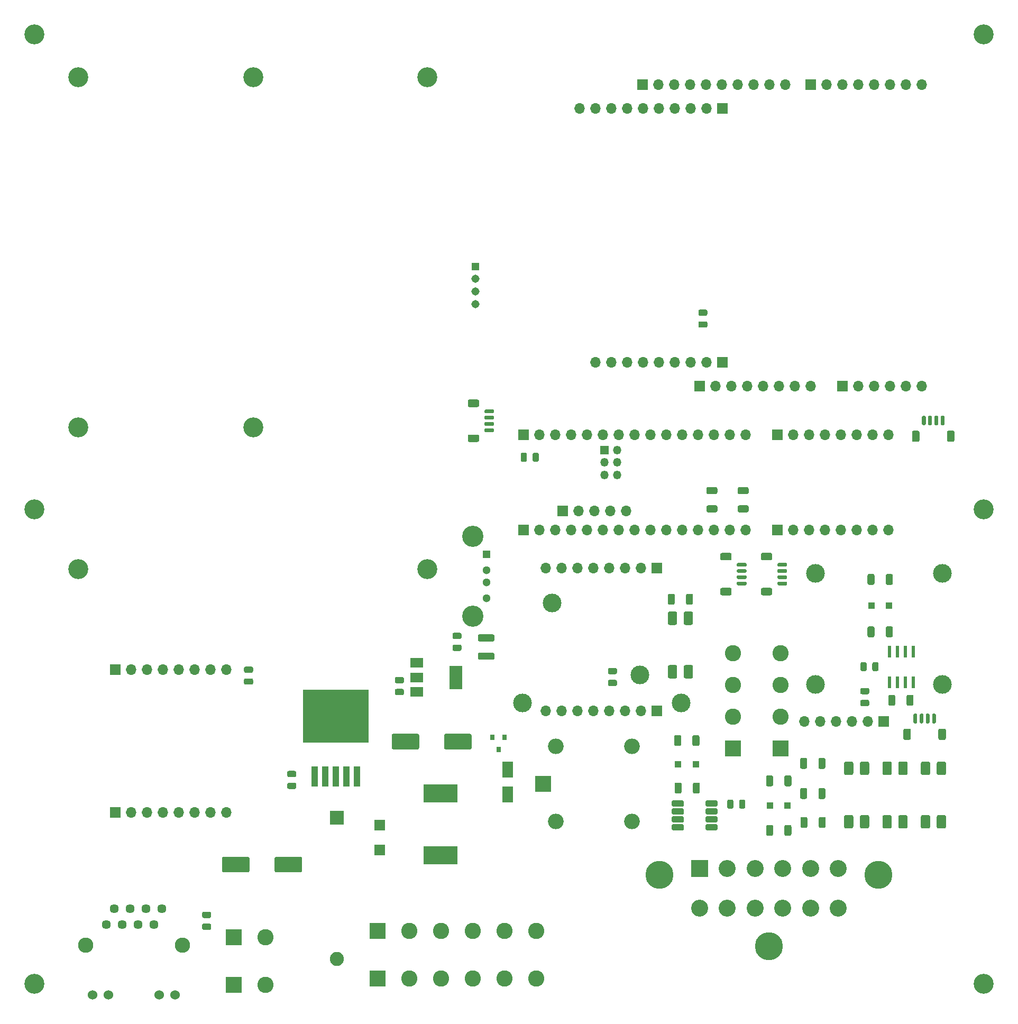
<source format=gbr>
%TF.GenerationSoftware,KiCad,Pcbnew,(5.1.12)-1*%
%TF.CreationDate,2022-03-13T08:17:30-06:00*%
%TF.ProjectId,AS13,41533133-2e6b-4696-9361-645f70636258,rev?*%
%TF.SameCoordinates,Original*%
%TF.FileFunction,Soldermask,Top*%
%TF.FilePolarity,Negative*%
%FSLAX46Y46*%
G04 Gerber Fmt 4.6, Leading zero omitted, Abs format (unit mm)*
G04 Created by KiCad (PCBNEW (5.1.12)-1) date 2022-03-13 08:17:30*
%MOMM*%
%LPD*%
G01*
G04 APERTURE LIST*
%ADD10R,1.100000X1.100000*%
%ADD11C,3.000000*%
%ADD12C,4.485000*%
%ADD13C,2.715000*%
%ADD14R,2.715000X2.715000*%
%ADD15O,2.500000X2.500000*%
%ADD16R,2.500000X2.500000*%
%ADD17C,2.600000*%
%ADD18R,2.600000X2.600000*%
%ADD19R,2.250000X2.250000*%
%ADD20C,2.250000*%
%ADD21C,2.445000*%
%ADD22C,1.530000*%
%ADD23C,1.446000*%
%ADD24C,2.999999*%
%ADD25C,3.200000*%
%ADD26O,1.700000X1.700000*%
%ADD27R,1.700000X1.700000*%
%ADD28C,3.400000*%
%ADD29C,1.300000*%
%ADD30R,1.300000X1.300000*%
%ADD31R,1.800000X1.800000*%
%ADD32R,0.530000X1.980000*%
%ADD33R,1.800000X2.500000*%
%ADD34R,2.000000X1.500000*%
%ADD35R,2.000000X3.800000*%
%ADD36R,10.530000X8.460000*%
%ADD37R,1.050000X3.210000*%
%ADD38R,5.400000X2.900000*%
%ADD39C,1.308000*%
%ADD40R,1.308000X1.308000*%
%ADD41R,0.800000X0.900000*%
%ADD42O,1.350000X1.350000*%
%ADD43R,1.350000X1.350000*%
G04 APERTURE END LIST*
%TO.C,R14*%
G36*
G01*
X127075000Y-135924999D02*
X127075000Y-137175001D01*
G75*
G02*
X126825001Y-137425000I-249999J0D01*
G01*
X126199999Y-137425000D01*
G75*
G02*
X125950000Y-137175001I0J249999D01*
G01*
X125950000Y-135924999D01*
G75*
G02*
X126199999Y-135675000I249999J0D01*
G01*
X126825001Y-135675000D01*
G75*
G02*
X127075000Y-135924999I0J-249999D01*
G01*
G37*
G36*
G01*
X130000000Y-135924999D02*
X130000000Y-137175001D01*
G75*
G02*
X129750001Y-137425000I-249999J0D01*
G01*
X129124999Y-137425000D01*
G75*
G02*
X128875000Y-137175001I0J249999D01*
G01*
X128875000Y-135924999D01*
G75*
G02*
X129124999Y-135675000I249999J0D01*
G01*
X129750001Y-135675000D01*
G75*
G02*
X130000000Y-135924999I0J-249999D01*
G01*
G37*
%TD*%
%TO.C,R13*%
G36*
G01*
X128950000Y-144775001D02*
X128950000Y-143524999D01*
G75*
G02*
X129199999Y-143275000I249999J0D01*
G01*
X129825001Y-143275000D01*
G75*
G02*
X130075000Y-143524999I0J-249999D01*
G01*
X130075000Y-144775001D01*
G75*
G02*
X129825001Y-145025000I-249999J0D01*
G01*
X129199999Y-145025000D01*
G75*
G02*
X128950000Y-144775001I0J249999D01*
G01*
G37*
G36*
G01*
X126025000Y-144775001D02*
X126025000Y-143524999D01*
G75*
G02*
X126274999Y-143275000I249999J0D01*
G01*
X126900001Y-143275000D01*
G75*
G02*
X127150000Y-143524999I0J-249999D01*
G01*
X127150000Y-144775001D01*
G75*
G02*
X126900001Y-145025000I-249999J0D01*
G01*
X126274999Y-145025000D01*
G75*
G02*
X126025000Y-144775001I0J249999D01*
G01*
G37*
%TD*%
D10*
%TO.C,D6*%
X129400000Y-140350000D03*
X126600000Y-140350000D03*
%TD*%
D11*
%TO.C,M1*%
X120425000Y-126050000D03*
X106425000Y-114550000D03*
%TD*%
%TO.C,REF\u002A\u002A*%
X101660000Y-130560000D03*
X127060000Y-130560000D03*
%TD*%
D12*
%TO.C,J6*%
X158655000Y-158020000D03*
X141115000Y-169450000D03*
X123575000Y-158020000D03*
D13*
X130000000Y-163350000D03*
X134445000Y-163350000D03*
X138890000Y-163350000D03*
X143340000Y-163350000D03*
X147785000Y-163350000D03*
X152230000Y-163350000D03*
X152230000Y-157000000D03*
X147785000Y-157000000D03*
X143340000Y-157000000D03*
X138890000Y-157000000D03*
X134445000Y-157000000D03*
D14*
X130000000Y-157000000D03*
%TD*%
D15*
%TO.C,K1*%
X107000800Y-137501200D03*
X119200800Y-137501200D03*
X119200800Y-149501200D03*
X107000800Y-149501200D03*
D16*
X105000800Y-143501200D03*
%TD*%
D17*
%TO.C,KF3*%
X135330000Y-122530000D03*
X142950000Y-122530000D03*
X135330000Y-127610000D03*
X142950000Y-127610000D03*
X135330000Y-132690000D03*
X142950000Y-132690000D03*
D18*
X135330000Y-137770000D03*
X142950000Y-137770000D03*
%TD*%
%TO.C,R8*%
G36*
G01*
X143600000Y-151550001D02*
X143600000Y-150299999D01*
G75*
G02*
X143849999Y-150050000I249999J0D01*
G01*
X144475001Y-150050000D01*
G75*
G02*
X144725000Y-150299999I0J-249999D01*
G01*
X144725000Y-151550001D01*
G75*
G02*
X144475001Y-151800000I-249999J0D01*
G01*
X143849999Y-151800000D01*
G75*
G02*
X143600000Y-151550001I0J249999D01*
G01*
G37*
G36*
G01*
X140675000Y-151550001D02*
X140675000Y-150299999D01*
G75*
G02*
X140924999Y-150050000I249999J0D01*
G01*
X141550001Y-150050000D01*
G75*
G02*
X141800000Y-150299999I0J-249999D01*
G01*
X141800000Y-151550001D01*
G75*
G02*
X141550001Y-151800000I-249999J0D01*
G01*
X140924999Y-151800000D01*
G75*
G02*
X140675000Y-151550001I0J249999D01*
G01*
G37*
%TD*%
%TO.C,R6*%
G36*
G01*
X159832500Y-119769401D02*
X159832500Y-118519399D01*
G75*
G02*
X160082499Y-118269400I249999J0D01*
G01*
X160707501Y-118269400D01*
G75*
G02*
X160957500Y-118519399I0J-249999D01*
G01*
X160957500Y-119769401D01*
G75*
G02*
X160707501Y-120019400I-249999J0D01*
G01*
X160082499Y-120019400D01*
G75*
G02*
X159832500Y-119769401I0J249999D01*
G01*
G37*
G36*
G01*
X156907500Y-119769401D02*
X156907500Y-118519399D01*
G75*
G02*
X157157499Y-118269400I249999J0D01*
G01*
X157782501Y-118269400D01*
G75*
G02*
X158032500Y-118519399I0J-249999D01*
G01*
X158032500Y-119769401D01*
G75*
G02*
X157782501Y-120019400I-249999J0D01*
G01*
X157157499Y-120019400D01*
G75*
G02*
X156907500Y-119769401I0J249999D01*
G01*
G37*
%TD*%
%TO.C,R3*%
G36*
G01*
X149041600Y-140823401D02*
X149041600Y-139573399D01*
G75*
G02*
X149291599Y-139323400I249999J0D01*
G01*
X149916601Y-139323400D01*
G75*
G02*
X150166600Y-139573399I0J-249999D01*
G01*
X150166600Y-140823401D01*
G75*
G02*
X149916601Y-141073400I-249999J0D01*
G01*
X149291599Y-141073400D01*
G75*
G02*
X149041600Y-140823401I0J249999D01*
G01*
G37*
G36*
G01*
X146116600Y-140823401D02*
X146116600Y-139573399D01*
G75*
G02*
X146366599Y-139323400I249999J0D01*
G01*
X146991601Y-139323400D01*
G75*
G02*
X147241600Y-139573399I0J-249999D01*
G01*
X147241600Y-140823401D01*
G75*
G02*
X146991601Y-141073400I-249999J0D01*
G01*
X146366599Y-141073400D01*
G75*
G02*
X146116600Y-140823401I0J249999D01*
G01*
G37*
%TD*%
%TO.C,R2*%
G36*
G01*
X149041600Y-145649401D02*
X149041600Y-144399399D01*
G75*
G02*
X149291599Y-144149400I249999J0D01*
G01*
X149916601Y-144149400D01*
G75*
G02*
X150166600Y-144399399I0J-249999D01*
G01*
X150166600Y-145649401D01*
G75*
G02*
X149916601Y-145899400I-249999J0D01*
G01*
X149291599Y-145899400D01*
G75*
G02*
X149041600Y-145649401I0J249999D01*
G01*
G37*
G36*
G01*
X146116600Y-145649401D02*
X146116600Y-144399399D01*
G75*
G02*
X146366599Y-144149400I249999J0D01*
G01*
X146991601Y-144149400D01*
G75*
G02*
X147241600Y-144399399I0J-249999D01*
G01*
X147241600Y-145649401D01*
G75*
G02*
X146991601Y-145899400I-249999J0D01*
G01*
X146366599Y-145899400D01*
G75*
G02*
X146116600Y-145649401I0J249999D01*
G01*
G37*
%TD*%
%TO.C,R1*%
G36*
G01*
X149092400Y-150272201D02*
X149092400Y-149022199D01*
G75*
G02*
X149342399Y-148772200I249999J0D01*
G01*
X149967401Y-148772200D01*
G75*
G02*
X150217400Y-149022199I0J-249999D01*
G01*
X150217400Y-150272201D01*
G75*
G02*
X149967401Y-150522200I-249999J0D01*
G01*
X149342399Y-150522200D01*
G75*
G02*
X149092400Y-150272201I0J249999D01*
G01*
G37*
G36*
G01*
X146167400Y-150272201D02*
X146167400Y-149022199D01*
G75*
G02*
X146417399Y-148772200I249999J0D01*
G01*
X147042401Y-148772200D01*
G75*
G02*
X147292400Y-149022199I0J-249999D01*
G01*
X147292400Y-150272201D01*
G75*
G02*
X147042401Y-150522200I-249999J0D01*
G01*
X146417399Y-150522200D01*
G75*
G02*
X146167400Y-150272201I0J249999D01*
G01*
G37*
%TD*%
D19*
%TO.C,D4*%
X71925000Y-148875000D03*
D20*
X71925000Y-171475000D03*
%TD*%
%TO.C,R11*%
G36*
G01*
X131374998Y-98900000D02*
X132625002Y-98900000D01*
G75*
G02*
X132875000Y-99149998I0J-249998D01*
G01*
X132875000Y-99775002D01*
G75*
G02*
X132625002Y-100025000I-249998J0D01*
G01*
X131374998Y-100025000D01*
G75*
G02*
X131125000Y-99775002I0J249998D01*
G01*
X131125000Y-99149998D01*
G75*
G02*
X131374998Y-98900000I249998J0D01*
G01*
G37*
G36*
G01*
X131374998Y-95975000D02*
X132625002Y-95975000D01*
G75*
G02*
X132875000Y-96224998I0J-249998D01*
G01*
X132875000Y-96850002D01*
G75*
G02*
X132625002Y-97100000I-249998J0D01*
G01*
X131374998Y-97100000D01*
G75*
G02*
X131125000Y-96850002I0J249998D01*
G01*
X131125000Y-96224998D01*
G75*
G02*
X131374998Y-95975000I249998J0D01*
G01*
G37*
%TD*%
%TO.C,R10*%
G36*
G01*
X136374998Y-98900000D02*
X137625002Y-98900000D01*
G75*
G02*
X137875000Y-99149998I0J-249998D01*
G01*
X137875000Y-99775002D01*
G75*
G02*
X137625002Y-100025000I-249998J0D01*
G01*
X136374998Y-100025000D01*
G75*
G02*
X136125000Y-99775002I0J249998D01*
G01*
X136125000Y-99149998D01*
G75*
G02*
X136374998Y-98900000I249998J0D01*
G01*
G37*
G36*
G01*
X136374998Y-95975000D02*
X137625002Y-95975000D01*
G75*
G02*
X137875000Y-96224998I0J-249998D01*
G01*
X137875000Y-96850002D01*
G75*
G02*
X137625002Y-97100000I-249998J0D01*
G01*
X136374998Y-97100000D01*
G75*
G02*
X136125000Y-96850002I0J249998D01*
G01*
X136125000Y-96224998D01*
G75*
G02*
X136374998Y-95975000I249998J0D01*
G01*
G37*
%TD*%
%TO.C,R9*%
G36*
G01*
X141800000Y-142374998D02*
X141800000Y-143625002D01*
G75*
G02*
X141550002Y-143875000I-249998J0D01*
G01*
X140924998Y-143875000D01*
G75*
G02*
X140675000Y-143625002I0J249998D01*
G01*
X140675000Y-142374998D01*
G75*
G02*
X140924998Y-142125000I249998J0D01*
G01*
X141550002Y-142125000D01*
G75*
G02*
X141800000Y-142374998I0J-249998D01*
G01*
G37*
G36*
G01*
X144725000Y-142374998D02*
X144725000Y-143625002D01*
G75*
G02*
X144475002Y-143875000I-249998J0D01*
G01*
X143849998Y-143875000D01*
G75*
G02*
X143600000Y-143625002I0J249998D01*
G01*
X143600000Y-142374998D01*
G75*
G02*
X143849998Y-142125000I249998J0D01*
G01*
X144475002Y-142125000D01*
G75*
G02*
X144725000Y-142374998I0J-249998D01*
G01*
G37*
%TD*%
%TO.C,R7*%
G36*
G01*
X159832500Y-111375002D02*
X159832500Y-110124998D01*
G75*
G02*
X160082498Y-109875000I249998J0D01*
G01*
X160707502Y-109875000D01*
G75*
G02*
X160957500Y-110124998I0J-249998D01*
G01*
X160957500Y-111375002D01*
G75*
G02*
X160707502Y-111625000I-249998J0D01*
G01*
X160082498Y-111625000D01*
G75*
G02*
X159832500Y-111375002I0J249998D01*
G01*
G37*
G36*
G01*
X156907500Y-111375002D02*
X156907500Y-110124998D01*
G75*
G02*
X157157498Y-109875000I249998J0D01*
G01*
X157782502Y-109875000D01*
G75*
G02*
X158032500Y-110124998I0J-249998D01*
G01*
X158032500Y-111375002D01*
G75*
G02*
X157782502Y-111625000I-249998J0D01*
G01*
X157157498Y-111625000D01*
G75*
G02*
X156907500Y-111375002I0J249998D01*
G01*
G37*
%TD*%
%TO.C,C2*%
G36*
G01*
X50625000Y-165850000D02*
X51575000Y-165850000D01*
G75*
G02*
X51825000Y-166100000I0J-250000D01*
G01*
X51825000Y-166600000D01*
G75*
G02*
X51575000Y-166850000I-250000J0D01*
G01*
X50625000Y-166850000D01*
G75*
G02*
X50375000Y-166600000I0J250000D01*
G01*
X50375000Y-166100000D01*
G75*
G02*
X50625000Y-165850000I250000J0D01*
G01*
G37*
G36*
G01*
X50625000Y-163950000D02*
X51575000Y-163950000D01*
G75*
G02*
X51825000Y-164200000I0J-250000D01*
G01*
X51825000Y-164700000D01*
G75*
G02*
X51575000Y-164950000I-250000J0D01*
G01*
X50625000Y-164950000D01*
G75*
G02*
X50375000Y-164700000I0J250000D01*
G01*
X50375000Y-164200000D01*
G75*
G02*
X50625000Y-163950000I250000J0D01*
G01*
G37*
%TD*%
D21*
%TO.C,J4*%
X47190000Y-169300000D03*
X31700000Y-169300000D03*
D22*
X46070000Y-177250000D03*
X43530000Y-177250000D03*
X35360000Y-177250000D03*
X32820000Y-177250000D03*
D23*
X43890000Y-163460000D03*
X42620000Y-166000000D03*
X41350000Y-163460000D03*
X40080000Y-166000000D03*
X38810000Y-163460000D03*
X37540000Y-166000000D03*
X36270000Y-163460000D03*
X35000000Y-166000000D03*
%TD*%
%TO.C,J2*%
G36*
G01*
X163852500Y-134892899D02*
X163852500Y-136192901D01*
G75*
G02*
X163602501Y-136442900I-249999J0D01*
G01*
X162902499Y-136442900D01*
G75*
G02*
X162652500Y-136192901I0J249999D01*
G01*
X162652500Y-134892899D01*
G75*
G02*
X162902499Y-134642900I249999J0D01*
G01*
X163602501Y-134642900D01*
G75*
G02*
X163852500Y-134892899I0J-249999D01*
G01*
G37*
G36*
G01*
X169452500Y-134892899D02*
X169452500Y-136192901D01*
G75*
G02*
X169202501Y-136442900I-249999J0D01*
G01*
X168502499Y-136442900D01*
G75*
G02*
X168252500Y-136192901I0J249999D01*
G01*
X168252500Y-134892899D01*
G75*
G02*
X168502499Y-134642900I249999J0D01*
G01*
X169202501Y-134642900D01*
G75*
G02*
X169452500Y-134892899I0J-249999D01*
G01*
G37*
G36*
G01*
X164852500Y-132392900D02*
X164852500Y-133642900D01*
G75*
G02*
X164702500Y-133792900I-150000J0D01*
G01*
X164402500Y-133792900D01*
G75*
G02*
X164252500Y-133642900I0J150000D01*
G01*
X164252500Y-132392900D01*
G75*
G02*
X164402500Y-132242900I150000J0D01*
G01*
X164702500Y-132242900D01*
G75*
G02*
X164852500Y-132392900I0J-150000D01*
G01*
G37*
G36*
G01*
X165852500Y-132392900D02*
X165852500Y-133642900D01*
G75*
G02*
X165702500Y-133792900I-150000J0D01*
G01*
X165402500Y-133792900D01*
G75*
G02*
X165252500Y-133642900I0J150000D01*
G01*
X165252500Y-132392900D01*
G75*
G02*
X165402500Y-132242900I150000J0D01*
G01*
X165702500Y-132242900D01*
G75*
G02*
X165852500Y-132392900I0J-150000D01*
G01*
G37*
G36*
G01*
X166852500Y-132392900D02*
X166852500Y-133642900D01*
G75*
G02*
X166702500Y-133792900I-150000J0D01*
G01*
X166402500Y-133792900D01*
G75*
G02*
X166252500Y-133642900I0J150000D01*
G01*
X166252500Y-132392900D01*
G75*
G02*
X166402500Y-132242900I150000J0D01*
G01*
X166702500Y-132242900D01*
G75*
G02*
X166852500Y-132392900I0J-150000D01*
G01*
G37*
G36*
G01*
X167852500Y-132392900D02*
X167852500Y-133642900D01*
G75*
G02*
X167702500Y-133792900I-150000J0D01*
G01*
X167402500Y-133792900D01*
G75*
G02*
X167252500Y-133642900I0J150000D01*
G01*
X167252500Y-132392900D01*
G75*
G02*
X167402500Y-132242900I150000J0D01*
G01*
X167702500Y-132242900D01*
G75*
G02*
X167852500Y-132392900I0J-150000D01*
G01*
G37*
%TD*%
D24*
%TO.C,REF\u002A\u002A*%
X168859200Y-109819200D03*
X168859200Y-127599200D03*
X148539200Y-127599200D03*
X148539200Y-109819200D03*
%TD*%
D25*
%TO.C,  *%
X175500000Y-99500000D03*
%TD*%
%TO.C,  *%
X23500000Y-99500000D03*
%TD*%
%TO.C,  *%
X23500000Y-23500000D03*
%TD*%
%TO.C,  *%
X175500000Y-23500000D03*
%TD*%
%TO.C,  *%
X175500000Y-175500000D03*
%TD*%
%TO.C,  *%
X23500000Y-175500000D03*
%TD*%
%TO.C,REF\u002A\u002A*%
X58560000Y-30380000D03*
X58560000Y-86380000D03*
X30560000Y-86380000D03*
X30560000Y-30380000D03*
X86440000Y-30380000D03*
X86440000Y-109120000D03*
X30560000Y-109120000D03*
%TD*%
D26*
%TO.C,J5*%
X146761200Y-133517400D03*
X149301200Y-133517400D03*
X151841200Y-133517400D03*
X154381200Y-133517400D03*
X156921200Y-133517400D03*
D27*
X159461200Y-133517400D03*
%TD*%
%TO.C,C5*%
G36*
G01*
X156939000Y-129130400D02*
X155989000Y-129130400D01*
G75*
G02*
X155739000Y-128880400I0J250000D01*
G01*
X155739000Y-128380400D01*
G75*
G02*
X155989000Y-128130400I250000J0D01*
G01*
X156939000Y-128130400D01*
G75*
G02*
X157189000Y-128380400I0J-250000D01*
G01*
X157189000Y-128880400D01*
G75*
G02*
X156939000Y-129130400I-250000J0D01*
G01*
G37*
G36*
G01*
X156939000Y-131030400D02*
X155989000Y-131030400D01*
G75*
G02*
X155739000Y-130780400I0J250000D01*
G01*
X155739000Y-130280400D01*
G75*
G02*
X155989000Y-130030400I250000J0D01*
G01*
X156939000Y-130030400D01*
G75*
G02*
X157189000Y-130280400I0J-250000D01*
G01*
X157189000Y-130780400D01*
G75*
G02*
X156939000Y-131030400I-250000J0D01*
G01*
G37*
%TD*%
D28*
%TO.C,J1*%
X93735800Y-116670800D03*
X93735800Y-103820800D03*
D29*
X95935800Y-113745800D03*
X95935800Y-111245800D03*
X95935800Y-109245800D03*
D30*
X95935800Y-106745800D03*
%TD*%
D17*
%TO.C,KF1*%
X60482200Y-168034600D03*
X60482200Y-175654600D03*
D18*
X55402200Y-168034600D03*
X55402200Y-175654600D03*
%TD*%
D26*
%TO.C,J18*%
X160248600Y-87594200D03*
X157708600Y-87594200D03*
X155168600Y-87594200D03*
X152628600Y-87594200D03*
X150088600Y-87594200D03*
X147548600Y-87594200D03*
X145008600Y-87594200D03*
D27*
X142468600Y-87594200D03*
%TD*%
D26*
%TO.C,J3*%
X118287800Y-99783400D03*
X115747800Y-99783400D03*
X113207800Y-99783400D03*
X110667800Y-99783400D03*
D27*
X108127800Y-99783400D03*
%TD*%
D10*
%TO.C,D2*%
X144117500Y-146962500D03*
X141317500Y-146962500D03*
%TD*%
%TO.C,D1*%
X160350000Y-114947200D03*
X157550000Y-114947200D03*
%TD*%
D31*
%TO.C,D3*%
X78779000Y-150055200D03*
X78779000Y-154055200D03*
%TD*%
D32*
%TO.C,U1*%
X164235160Y-127227420D03*
X162965160Y-127227420D03*
X161695160Y-127227420D03*
X160425160Y-127227420D03*
X160425160Y-122297420D03*
X161695160Y-122297420D03*
X162965160Y-122297420D03*
X164235160Y-122297420D03*
%TD*%
%TO.C,C6*%
G36*
G01*
X82440800Y-127377800D02*
X81490800Y-127377800D01*
G75*
G02*
X81240800Y-127127800I0J250000D01*
G01*
X81240800Y-126627800D01*
G75*
G02*
X81490800Y-126377800I250000J0D01*
G01*
X82440800Y-126377800D01*
G75*
G02*
X82690800Y-126627800I0J-250000D01*
G01*
X82690800Y-127127800D01*
G75*
G02*
X82440800Y-127377800I-250000J0D01*
G01*
G37*
G36*
G01*
X82440800Y-129277800D02*
X81490800Y-129277800D01*
G75*
G02*
X81240800Y-129027800I0J250000D01*
G01*
X81240800Y-128527800D01*
G75*
G02*
X81490800Y-128277800I250000J0D01*
G01*
X82440800Y-128277800D01*
G75*
G02*
X82690800Y-128527800I0J-250000D01*
G01*
X82690800Y-129027800D01*
G75*
G02*
X82440800Y-129277800I-250000J0D01*
G01*
G37*
%TD*%
D33*
%TO.C,D5*%
X99260660Y-141184640D03*
X99260660Y-145184640D03*
%TD*%
D34*
%TO.C,IC1*%
X84708600Y-124130800D03*
X84708600Y-128730800D03*
X84708600Y-126430800D03*
D35*
X91008600Y-126430800D03*
%TD*%
D36*
%TO.C,IC2*%
X71800000Y-132625000D03*
D37*
X75200000Y-142255000D03*
X73500000Y-142255000D03*
X71800000Y-142255000D03*
X70100000Y-142255000D03*
X68400000Y-142255000D03*
%TD*%
%TO.C,C8*%
G36*
G01*
X65200000Y-142400000D02*
X64250000Y-142400000D01*
G75*
G02*
X64000000Y-142150000I0J250000D01*
G01*
X64000000Y-141650000D01*
G75*
G02*
X64250000Y-141400000I250000J0D01*
G01*
X65200000Y-141400000D01*
G75*
G02*
X65450000Y-141650000I0J-250000D01*
G01*
X65450000Y-142150000D01*
G75*
G02*
X65200000Y-142400000I-250000J0D01*
G01*
G37*
G36*
G01*
X65200000Y-144300000D02*
X64250000Y-144300000D01*
G75*
G02*
X64000000Y-144050000I0J250000D01*
G01*
X64000000Y-143550000D01*
G75*
G02*
X64250000Y-143300000I250000J0D01*
G01*
X65200000Y-143300000D01*
G75*
G02*
X65450000Y-143550000I0J-250000D01*
G01*
X65450000Y-144050000D01*
G75*
G02*
X65200000Y-144300000I-250000J0D01*
G01*
G37*
%TD*%
D38*
%TO.C,L1*%
X88544400Y-145026600D03*
X88544400Y-154926600D03*
%TD*%
%TO.C,C11*%
G36*
G01*
X85122000Y-135717800D02*
X85122000Y-137717800D01*
G75*
G02*
X84872000Y-137967800I-250000J0D01*
G01*
X80972000Y-137967800D01*
G75*
G02*
X80722000Y-137717800I0J250000D01*
G01*
X80722000Y-135717800D01*
G75*
G02*
X80972000Y-135467800I250000J0D01*
G01*
X84872000Y-135467800D01*
G75*
G02*
X85122000Y-135717800I0J-250000D01*
G01*
G37*
G36*
G01*
X93522000Y-135717800D02*
X93522000Y-137717800D01*
G75*
G02*
X93272000Y-137967800I-250000J0D01*
G01*
X89372000Y-137967800D01*
G75*
G02*
X89122000Y-137717800I0J250000D01*
G01*
X89122000Y-135717800D01*
G75*
G02*
X89372000Y-135467800I250000J0D01*
G01*
X93272000Y-135467800D01*
G75*
G02*
X93522000Y-135717800I0J-250000D01*
G01*
G37*
%TD*%
%TO.C,C9*%
G36*
G01*
X57969400Y-155402800D02*
X57969400Y-157402800D01*
G75*
G02*
X57719400Y-157652800I-250000J0D01*
G01*
X53819400Y-157652800D01*
G75*
G02*
X53569400Y-157402800I0J250000D01*
G01*
X53569400Y-155402800D01*
G75*
G02*
X53819400Y-155152800I250000J0D01*
G01*
X57719400Y-155152800D01*
G75*
G02*
X57969400Y-155402800I0J-250000D01*
G01*
G37*
G36*
G01*
X66369400Y-155402800D02*
X66369400Y-157402800D01*
G75*
G02*
X66119400Y-157652800I-250000J0D01*
G01*
X62219400Y-157652800D01*
G75*
G02*
X61969400Y-157402800I0J250000D01*
G01*
X61969400Y-155402800D01*
G75*
G02*
X62219400Y-155152800I250000J0D01*
G01*
X66119400Y-155152800D01*
G75*
G02*
X66369400Y-155402800I0J-250000D01*
G01*
G37*
%TD*%
%TO.C,R4*%
G36*
G01*
X127850000Y-114550002D02*
X127850000Y-113299998D01*
G75*
G02*
X128099998Y-113050000I249998J0D01*
G01*
X128725002Y-113050000D01*
G75*
G02*
X128975000Y-113299998I0J-249998D01*
G01*
X128975000Y-114550002D01*
G75*
G02*
X128725002Y-114800000I-249998J0D01*
G01*
X128099998Y-114800000D01*
G75*
G02*
X127850000Y-114550002I0J249998D01*
G01*
G37*
G36*
G01*
X124925000Y-114550002D02*
X124925000Y-113299998D01*
G75*
G02*
X125174998Y-113050000I249998J0D01*
G01*
X125800002Y-113050000D01*
G75*
G02*
X126050000Y-113299998I0J-249998D01*
G01*
X126050000Y-114550002D01*
G75*
G02*
X125800002Y-114800000I-249998J0D01*
G01*
X125174998Y-114800000D01*
G75*
G02*
X124925000Y-114550002I0J249998D01*
G01*
G37*
%TD*%
%TO.C,R5*%
G36*
G01*
X161355200Y-129473558D02*
X161355200Y-130723562D01*
G75*
G02*
X161105202Y-130973560I-249998J0D01*
G01*
X160480198Y-130973560D01*
G75*
G02*
X160230200Y-130723562I0J249998D01*
G01*
X160230200Y-129473558D01*
G75*
G02*
X160480198Y-129223560I249998J0D01*
G01*
X161105202Y-129223560D01*
G75*
G02*
X161355200Y-129473558I0J-249998D01*
G01*
G37*
G36*
G01*
X164280200Y-129473558D02*
X164280200Y-130723562D01*
G75*
G02*
X164030202Y-130973560I-249998J0D01*
G01*
X163405198Y-130973560D01*
G75*
G02*
X163155200Y-130723562I0J249998D01*
G01*
X163155200Y-129473558D01*
G75*
G02*
X163405198Y-129223560I249998J0D01*
G01*
X164030202Y-129223560D01*
G75*
G02*
X164280200Y-129473558I0J-249998D01*
G01*
G37*
%TD*%
%TO.C,U5*%
G36*
G01*
X127746400Y-124455000D02*
X128693600Y-124455000D01*
G75*
G02*
X128960000Y-124721400I0J-266400D01*
G01*
X128960000Y-126338600D01*
G75*
G02*
X128693600Y-126605000I-266400J0D01*
G01*
X127746400Y-126605000D01*
G75*
G02*
X127480000Y-126338600I0J266400D01*
G01*
X127480000Y-124721400D01*
G75*
G02*
X127746400Y-124455000I266400J0D01*
G01*
G37*
G36*
G01*
X125206400Y-124455000D02*
X126153600Y-124455000D01*
G75*
G02*
X126420000Y-124721400I0J-266400D01*
G01*
X126420000Y-126338600D01*
G75*
G02*
X126153600Y-126605000I-266400J0D01*
G01*
X125206400Y-126605000D01*
G75*
G02*
X124940000Y-126338600I0J266400D01*
G01*
X124940000Y-124721400D01*
G75*
G02*
X125206400Y-124455000I266400J0D01*
G01*
G37*
G36*
G01*
X125206400Y-115895000D02*
X126153600Y-115895000D01*
G75*
G02*
X126420000Y-116161400I0J-266400D01*
G01*
X126420000Y-117778600D01*
G75*
G02*
X126153600Y-118045000I-266400J0D01*
G01*
X125206400Y-118045000D01*
G75*
G02*
X124940000Y-117778600I0J266400D01*
G01*
X124940000Y-116161400D01*
G75*
G02*
X125206400Y-115895000I266400J0D01*
G01*
G37*
G36*
G01*
X127746400Y-115895000D02*
X128693600Y-115895000D01*
G75*
G02*
X128960000Y-116161400I0J-266400D01*
G01*
X128960000Y-117778600D01*
G75*
G02*
X128693600Y-118045000I-266400J0D01*
G01*
X127746400Y-118045000D01*
G75*
G02*
X127480000Y-117778600I0J266400D01*
G01*
X127480000Y-116161400D01*
G75*
G02*
X127746400Y-115895000I266400J0D01*
G01*
G37*
%TD*%
%TO.C,R12*%
G36*
G01*
X96934603Y-120679400D02*
X94784597Y-120679400D01*
G75*
G02*
X94534600Y-120429403I0J249997D01*
G01*
X94534600Y-119804397D01*
G75*
G02*
X94784597Y-119554400I249997J0D01*
G01*
X96934603Y-119554400D01*
G75*
G02*
X97184600Y-119804397I0J-249997D01*
G01*
X97184600Y-120429403D01*
G75*
G02*
X96934603Y-120679400I-249997J0D01*
G01*
G37*
G36*
G01*
X96934603Y-123604400D02*
X94784597Y-123604400D01*
G75*
G02*
X94534600Y-123354403I0J249997D01*
G01*
X94534600Y-122729397D01*
G75*
G02*
X94784597Y-122479400I249997J0D01*
G01*
X96934603Y-122479400D01*
G75*
G02*
X97184600Y-122729397I0J-249997D01*
G01*
X97184600Y-123354403D01*
G75*
G02*
X96934603Y-123604400I-249997J0D01*
G01*
G37*
%TD*%
%TO.C,C4*%
G36*
G01*
X136350000Y-147200000D02*
X136350000Y-146250000D01*
G75*
G02*
X136600000Y-146000000I250000J0D01*
G01*
X137100000Y-146000000D01*
G75*
G02*
X137350000Y-146250000I0J-250000D01*
G01*
X137350000Y-147200000D01*
G75*
G02*
X137100000Y-147450000I-250000J0D01*
G01*
X136600000Y-147450000D01*
G75*
G02*
X136350000Y-147200000I0J250000D01*
G01*
G37*
G36*
G01*
X134450000Y-147200000D02*
X134450000Y-146250000D01*
G75*
G02*
X134700000Y-146000000I250000J0D01*
G01*
X135200000Y-146000000D01*
G75*
G02*
X135450000Y-146250000I0J-250000D01*
G01*
X135450000Y-147200000D01*
G75*
G02*
X135200000Y-147450000I-250000J0D01*
G01*
X134700000Y-147450000D01*
G75*
G02*
X134450000Y-147200000I0J250000D01*
G01*
G37*
%TD*%
D26*
%TO.C,J9*%
X54295000Y-125179400D03*
X51755000Y-125179400D03*
X49215000Y-125179400D03*
X46675000Y-125179400D03*
X44135000Y-125179400D03*
X41595000Y-125179400D03*
X39055000Y-125179400D03*
D27*
X36515000Y-125179400D03*
%TD*%
D26*
%TO.C,J7*%
X54295000Y-148039400D03*
X51755000Y-148039400D03*
X49215000Y-148039400D03*
X46675000Y-148039400D03*
X44135000Y-148039400D03*
X41595000Y-148039400D03*
X39055000Y-148039400D03*
D27*
X36515000Y-148039400D03*
%TD*%
%TO.C,C3*%
G36*
G01*
X57335400Y-126601400D02*
X58285400Y-126601400D01*
G75*
G02*
X58535400Y-126851400I0J-250000D01*
G01*
X58535400Y-127351400D01*
G75*
G02*
X58285400Y-127601400I-250000J0D01*
G01*
X57335400Y-127601400D01*
G75*
G02*
X57085400Y-127351400I0J250000D01*
G01*
X57085400Y-126851400D01*
G75*
G02*
X57335400Y-126601400I250000J0D01*
G01*
G37*
G36*
G01*
X57335400Y-124701400D02*
X58285400Y-124701400D01*
G75*
G02*
X58535400Y-124951400I0J-250000D01*
G01*
X58535400Y-125451400D01*
G75*
G02*
X58285400Y-125701400I-250000J0D01*
G01*
X57335400Y-125701400D01*
G75*
G02*
X57085400Y-125451400I0J250000D01*
G01*
X57085400Y-124951400D01*
G75*
G02*
X57335400Y-124701400I250000J0D01*
G01*
G37*
%TD*%
%TO.C,U6*%
G36*
G01*
X130975000Y-150730000D02*
X130975000Y-150130000D01*
G75*
G02*
X131175000Y-149930000I200000J0D01*
G01*
X132725000Y-149930000D01*
G75*
G02*
X132925000Y-150130000I0J-200000D01*
G01*
X132925000Y-150730000D01*
G75*
G02*
X132725000Y-150930000I-200000J0D01*
G01*
X131175000Y-150930000D01*
G75*
G02*
X130975000Y-150730000I0J200000D01*
G01*
G37*
G36*
G01*
X130975000Y-149460000D02*
X130975000Y-148860000D01*
G75*
G02*
X131175000Y-148660000I200000J0D01*
G01*
X132725000Y-148660000D01*
G75*
G02*
X132925000Y-148860000I0J-200000D01*
G01*
X132925000Y-149460000D01*
G75*
G02*
X132725000Y-149660000I-200000J0D01*
G01*
X131175000Y-149660000D01*
G75*
G02*
X130975000Y-149460000I0J200000D01*
G01*
G37*
G36*
G01*
X130975000Y-146920000D02*
X130975000Y-146320000D01*
G75*
G02*
X131175000Y-146120000I200000J0D01*
G01*
X132725000Y-146120000D01*
G75*
G02*
X132925000Y-146320000I0J-200000D01*
G01*
X132925000Y-146920000D01*
G75*
G02*
X132725000Y-147120000I-200000J0D01*
G01*
X131175000Y-147120000D01*
G75*
G02*
X130975000Y-146920000I0J200000D01*
G01*
G37*
G36*
G01*
X127525000Y-150130000D02*
X127525000Y-150730000D01*
G75*
G02*
X127325000Y-150930000I-200000J0D01*
G01*
X125775000Y-150930000D01*
G75*
G02*
X125575000Y-150730000I0J200000D01*
G01*
X125575000Y-150130000D01*
G75*
G02*
X125775000Y-149930000I200000J0D01*
G01*
X127325000Y-149930000D01*
G75*
G02*
X127525000Y-150130000I0J-200000D01*
G01*
G37*
G36*
G01*
X125575000Y-149460000D02*
X125575000Y-148860000D01*
G75*
G02*
X125775000Y-148660000I200000J0D01*
G01*
X127325000Y-148660000D01*
G75*
G02*
X127525000Y-148860000I0J-200000D01*
G01*
X127525000Y-149460000D01*
G75*
G02*
X127325000Y-149660000I-200000J0D01*
G01*
X125775000Y-149660000D01*
G75*
G02*
X125575000Y-149460000I0J200000D01*
G01*
G37*
G36*
G01*
X125575000Y-146920000D02*
X125575000Y-146320000D01*
G75*
G02*
X125775000Y-146120000I200000J0D01*
G01*
X127325000Y-146120000D01*
G75*
G02*
X127525000Y-146320000I0J-200000D01*
G01*
X127525000Y-146920000D01*
G75*
G02*
X127325000Y-147120000I-200000J0D01*
G01*
X125775000Y-147120000D01*
G75*
G02*
X125575000Y-146920000I0J200000D01*
G01*
G37*
G36*
G01*
X130975000Y-148190000D02*
X130975000Y-147590000D01*
G75*
G02*
X131175000Y-147390000I200000J0D01*
G01*
X132725000Y-147390000D01*
G75*
G02*
X132925000Y-147590000I0J-200000D01*
G01*
X132925000Y-148190000D01*
G75*
G02*
X132725000Y-148390000I-200000J0D01*
G01*
X131175000Y-148390000D01*
G75*
G02*
X130975000Y-148190000I0J200000D01*
G01*
G37*
G36*
G01*
X125575000Y-148190000D02*
X125575000Y-147590000D01*
G75*
G02*
X125775000Y-147390000I200000J0D01*
G01*
X127325000Y-147390000D01*
G75*
G02*
X127525000Y-147590000I0J-200000D01*
G01*
X127525000Y-148190000D01*
G75*
G02*
X127325000Y-148390000I-200000J0D01*
G01*
X125775000Y-148390000D01*
G75*
G02*
X125575000Y-148190000I0J200000D01*
G01*
G37*
%TD*%
%TO.C,U3*%
G36*
G01*
X160515600Y-142063000D02*
X159568400Y-142063000D01*
G75*
G02*
X159302000Y-141796600I0J266400D01*
G01*
X159302000Y-140179400D01*
G75*
G02*
X159568400Y-139913000I266400J0D01*
G01*
X160515600Y-139913000D01*
G75*
G02*
X160782000Y-140179400I0J-266400D01*
G01*
X160782000Y-141796600D01*
G75*
G02*
X160515600Y-142063000I-266400J0D01*
G01*
G37*
G36*
G01*
X163055600Y-142063000D02*
X162108400Y-142063000D01*
G75*
G02*
X161842000Y-141796600I0J266400D01*
G01*
X161842000Y-140179400D01*
G75*
G02*
X162108400Y-139913000I266400J0D01*
G01*
X163055600Y-139913000D01*
G75*
G02*
X163322000Y-140179400I0J-266400D01*
G01*
X163322000Y-141796600D01*
G75*
G02*
X163055600Y-142063000I-266400J0D01*
G01*
G37*
G36*
G01*
X163055600Y-150623000D02*
X162108400Y-150623000D01*
G75*
G02*
X161842000Y-150356600I0J266400D01*
G01*
X161842000Y-148739400D01*
G75*
G02*
X162108400Y-148473000I266400J0D01*
G01*
X163055600Y-148473000D01*
G75*
G02*
X163322000Y-148739400I0J-266400D01*
G01*
X163322000Y-150356600D01*
G75*
G02*
X163055600Y-150623000I-266400J0D01*
G01*
G37*
G36*
G01*
X160515600Y-150623000D02*
X159568400Y-150623000D01*
G75*
G02*
X159302000Y-150356600I0J266400D01*
G01*
X159302000Y-148739400D01*
G75*
G02*
X159568400Y-148473000I266400J0D01*
G01*
X160515600Y-148473000D01*
G75*
G02*
X160782000Y-148739400I0J-266400D01*
G01*
X160782000Y-150356600D01*
G75*
G02*
X160515600Y-150623000I-266400J0D01*
G01*
G37*
%TD*%
%TO.C,U2*%
G36*
G01*
X154365600Y-142063000D02*
X153418400Y-142063000D01*
G75*
G02*
X153152000Y-141796600I0J266400D01*
G01*
X153152000Y-140179400D01*
G75*
G02*
X153418400Y-139913000I266400J0D01*
G01*
X154365600Y-139913000D01*
G75*
G02*
X154632000Y-140179400I0J-266400D01*
G01*
X154632000Y-141796600D01*
G75*
G02*
X154365600Y-142063000I-266400J0D01*
G01*
G37*
G36*
G01*
X156905600Y-142063000D02*
X155958400Y-142063000D01*
G75*
G02*
X155692000Y-141796600I0J266400D01*
G01*
X155692000Y-140179400D01*
G75*
G02*
X155958400Y-139913000I266400J0D01*
G01*
X156905600Y-139913000D01*
G75*
G02*
X157172000Y-140179400I0J-266400D01*
G01*
X157172000Y-141796600D01*
G75*
G02*
X156905600Y-142063000I-266400J0D01*
G01*
G37*
G36*
G01*
X156905600Y-150623000D02*
X155958400Y-150623000D01*
G75*
G02*
X155692000Y-150356600I0J266400D01*
G01*
X155692000Y-148739400D01*
G75*
G02*
X155958400Y-148473000I266400J0D01*
G01*
X156905600Y-148473000D01*
G75*
G02*
X157172000Y-148739400I0J-266400D01*
G01*
X157172000Y-150356600D01*
G75*
G02*
X156905600Y-150623000I-266400J0D01*
G01*
G37*
G36*
G01*
X154365600Y-150623000D02*
X153418400Y-150623000D01*
G75*
G02*
X153152000Y-150356600I0J266400D01*
G01*
X153152000Y-148739400D01*
G75*
G02*
X153418400Y-148473000I266400J0D01*
G01*
X154365600Y-148473000D01*
G75*
G02*
X154632000Y-148739400I0J-266400D01*
G01*
X154632000Y-150356600D01*
G75*
G02*
X154365600Y-150623000I-266400J0D01*
G01*
G37*
%TD*%
D17*
%TO.C,KF2*%
X103872600Y-167009600D03*
X103872600Y-174629600D03*
X98792600Y-167009600D03*
X98792600Y-174629600D03*
X93712600Y-167009600D03*
X93712600Y-174629600D03*
X88632600Y-167009600D03*
X88632600Y-174629600D03*
X83552600Y-167009600D03*
X83552600Y-174629600D03*
D18*
X78472600Y-167009600D03*
X78472600Y-174629600D03*
%TD*%
%TO.C,J19*%
G36*
G01*
X165230800Y-87189399D02*
X165230800Y-88489401D01*
G75*
G02*
X164980801Y-88739400I-249999J0D01*
G01*
X164280799Y-88739400D01*
G75*
G02*
X164030800Y-88489401I0J249999D01*
G01*
X164030800Y-87189399D01*
G75*
G02*
X164280799Y-86939400I249999J0D01*
G01*
X164980801Y-86939400D01*
G75*
G02*
X165230800Y-87189399I0J-249999D01*
G01*
G37*
G36*
G01*
X170830800Y-87189399D02*
X170830800Y-88489401D01*
G75*
G02*
X170580801Y-88739400I-249999J0D01*
G01*
X169880799Y-88739400D01*
G75*
G02*
X169630800Y-88489401I0J249999D01*
G01*
X169630800Y-87189399D01*
G75*
G02*
X169880799Y-86939400I249999J0D01*
G01*
X170580801Y-86939400D01*
G75*
G02*
X170830800Y-87189399I0J-249999D01*
G01*
G37*
G36*
G01*
X166230800Y-84689400D02*
X166230800Y-85939400D01*
G75*
G02*
X166080800Y-86089400I-150000J0D01*
G01*
X165780800Y-86089400D01*
G75*
G02*
X165630800Y-85939400I0J150000D01*
G01*
X165630800Y-84689400D01*
G75*
G02*
X165780800Y-84539400I150000J0D01*
G01*
X166080800Y-84539400D01*
G75*
G02*
X166230800Y-84689400I0J-150000D01*
G01*
G37*
G36*
G01*
X167230800Y-84689400D02*
X167230800Y-85939400D01*
G75*
G02*
X167080800Y-86089400I-150000J0D01*
G01*
X166780800Y-86089400D01*
G75*
G02*
X166630800Y-85939400I0J150000D01*
G01*
X166630800Y-84689400D01*
G75*
G02*
X166780800Y-84539400I150000J0D01*
G01*
X167080800Y-84539400D01*
G75*
G02*
X167230800Y-84689400I0J-150000D01*
G01*
G37*
G36*
G01*
X168230800Y-84689400D02*
X168230800Y-85939400D01*
G75*
G02*
X168080800Y-86089400I-150000J0D01*
G01*
X167780800Y-86089400D01*
G75*
G02*
X167630800Y-85939400I0J150000D01*
G01*
X167630800Y-84689400D01*
G75*
G02*
X167780800Y-84539400I150000J0D01*
G01*
X168080800Y-84539400D01*
G75*
G02*
X168230800Y-84689400I0J-150000D01*
G01*
G37*
G36*
G01*
X169230800Y-84689400D02*
X169230800Y-85939400D01*
G75*
G02*
X169080800Y-86089400I-150000J0D01*
G01*
X168780800Y-86089400D01*
G75*
G02*
X168630800Y-85939400I0J150000D01*
G01*
X168630800Y-84689400D01*
G75*
G02*
X168780800Y-84539400I150000J0D01*
G01*
X169080800Y-84539400D01*
G75*
G02*
X169230800Y-84689400I0J-150000D01*
G01*
G37*
%TD*%
%TO.C,C10*%
G36*
G01*
X116550000Y-125925000D02*
X115600000Y-125925000D01*
G75*
G02*
X115350000Y-125675000I0J250000D01*
G01*
X115350000Y-125175000D01*
G75*
G02*
X115600000Y-124925000I250000J0D01*
G01*
X116550000Y-124925000D01*
G75*
G02*
X116800000Y-125175000I0J-250000D01*
G01*
X116800000Y-125675000D01*
G75*
G02*
X116550000Y-125925000I-250000J0D01*
G01*
G37*
G36*
G01*
X116550000Y-127825000D02*
X115600000Y-127825000D01*
G75*
G02*
X115350000Y-127575000I0J250000D01*
G01*
X115350000Y-127075000D01*
G75*
G02*
X115600000Y-126825000I250000J0D01*
G01*
X116550000Y-126825000D01*
G75*
G02*
X116800000Y-127075000I0J-250000D01*
G01*
X116800000Y-127575000D01*
G75*
G02*
X116550000Y-127825000I-250000J0D01*
G01*
G37*
%TD*%
%TO.C,C1*%
G36*
G01*
X156771120Y-124242080D02*
X156771120Y-125192080D01*
G75*
G02*
X156521120Y-125442080I-250000J0D01*
G01*
X156021120Y-125442080D01*
G75*
G02*
X155771120Y-125192080I0J250000D01*
G01*
X155771120Y-124242080D01*
G75*
G02*
X156021120Y-123992080I250000J0D01*
G01*
X156521120Y-123992080D01*
G75*
G02*
X156771120Y-124242080I0J-250000D01*
G01*
G37*
G36*
G01*
X158671120Y-124242080D02*
X158671120Y-125192080D01*
G75*
G02*
X158421120Y-125442080I-250000J0D01*
G01*
X157921120Y-125442080D01*
G75*
G02*
X157671120Y-125192080I0J250000D01*
G01*
X157671120Y-124242080D01*
G75*
G02*
X157921120Y-123992080I250000J0D01*
G01*
X158421120Y-123992080D01*
G75*
G02*
X158671120Y-124242080I0J-250000D01*
G01*
G37*
%TD*%
D39*
%TO.C,J27*%
X94145100Y-66654700D03*
X94145100Y-64654700D03*
X94145100Y-62654700D03*
D40*
X94145100Y-60654700D03*
%TD*%
%TO.C,U4*%
G36*
G01*
X166665600Y-142063000D02*
X165718400Y-142063000D01*
G75*
G02*
X165452000Y-141796600I0J266400D01*
G01*
X165452000Y-140179400D01*
G75*
G02*
X165718400Y-139913000I266400J0D01*
G01*
X166665600Y-139913000D01*
G75*
G02*
X166932000Y-140179400I0J-266400D01*
G01*
X166932000Y-141796600D01*
G75*
G02*
X166665600Y-142063000I-266400J0D01*
G01*
G37*
G36*
G01*
X169205600Y-142063000D02*
X168258400Y-142063000D01*
G75*
G02*
X167992000Y-141796600I0J266400D01*
G01*
X167992000Y-140179400D01*
G75*
G02*
X168258400Y-139913000I266400J0D01*
G01*
X169205600Y-139913000D01*
G75*
G02*
X169472000Y-140179400I0J-266400D01*
G01*
X169472000Y-141796600D01*
G75*
G02*
X169205600Y-142063000I-266400J0D01*
G01*
G37*
G36*
G01*
X169205600Y-150623000D02*
X168258400Y-150623000D01*
G75*
G02*
X167992000Y-150356600I0J266400D01*
G01*
X167992000Y-148739400D01*
G75*
G02*
X168258400Y-148473000I266400J0D01*
G01*
X169205600Y-148473000D01*
G75*
G02*
X169472000Y-148739400I0J-266400D01*
G01*
X169472000Y-150356600D01*
G75*
G02*
X169205600Y-150623000I-266400J0D01*
G01*
G37*
G36*
G01*
X166665600Y-150623000D02*
X165718400Y-150623000D01*
G75*
G02*
X165452000Y-150356600I0J266400D01*
G01*
X165452000Y-148739400D01*
G75*
G02*
X165718400Y-148473000I266400J0D01*
G01*
X166665600Y-148473000D01*
G75*
G02*
X166932000Y-148739400I0J-266400D01*
G01*
X166932000Y-150356600D01*
G75*
G02*
X166665600Y-150623000I-266400J0D01*
G01*
G37*
%TD*%
D41*
%TO.C,Q1*%
X97825000Y-138000000D03*
X96875000Y-136000000D03*
X98775000Y-136000000D03*
%TD*%
D26*
%TO.C,J26*%
X165608000Y-31511000D03*
X163068000Y-31511000D03*
X160528000Y-31511000D03*
X157988000Y-31511000D03*
X155448000Y-31511000D03*
X152908000Y-31511000D03*
X150368000Y-31511000D03*
D27*
X147828000Y-31511000D03*
%TD*%
D26*
%TO.C,J25*%
X143768000Y-31511000D03*
X141228000Y-31511000D03*
X138688000Y-31511000D03*
X136148000Y-31511000D03*
X133608000Y-31511000D03*
X131068000Y-31511000D03*
X128528000Y-31511000D03*
X125988000Y-31511000D03*
X123448000Y-31511000D03*
D27*
X120908000Y-31511000D03*
%TD*%
D26*
%TO.C,J24*%
X110794800Y-35336400D03*
X113334800Y-35336400D03*
X115874800Y-35336400D03*
X118414800Y-35336400D03*
X120954800Y-35336400D03*
X123494800Y-35336400D03*
X126034800Y-35336400D03*
X128574800Y-35336400D03*
X131114800Y-35336400D03*
D27*
X133654800Y-35336400D03*
%TD*%
D26*
%TO.C,J23*%
X165608000Y-79771000D03*
X163068000Y-79771000D03*
X160528000Y-79771000D03*
X157988000Y-79771000D03*
X155448000Y-79771000D03*
D27*
X152908000Y-79771000D03*
%TD*%
D26*
%TO.C,J22*%
X147828000Y-79771000D03*
X145288000Y-79771000D03*
X142748000Y-79771000D03*
X140208000Y-79771000D03*
X137668000Y-79771000D03*
X135128000Y-79771000D03*
X132588000Y-79771000D03*
D27*
X130048000Y-79771000D03*
%TD*%
D26*
%TO.C,J21*%
X113334800Y-75986400D03*
X115874800Y-75986400D03*
X118414800Y-75986400D03*
X120954800Y-75986400D03*
X123494800Y-75986400D03*
X126034800Y-75986400D03*
X128574800Y-75986400D03*
X131114800Y-75986400D03*
D27*
X133654800Y-75986400D03*
%TD*%
%TO.C,J20*%
G36*
G01*
X94471401Y-83159000D02*
X93171399Y-83159000D01*
G75*
G02*
X92921400Y-82909001I0J249999D01*
G01*
X92921400Y-82208999D01*
G75*
G02*
X93171399Y-81959000I249999J0D01*
G01*
X94471401Y-81959000D01*
G75*
G02*
X94721400Y-82208999I0J-249999D01*
G01*
X94721400Y-82909001D01*
G75*
G02*
X94471401Y-83159000I-249999J0D01*
G01*
G37*
G36*
G01*
X94471401Y-88759000D02*
X93171399Y-88759000D01*
G75*
G02*
X92921400Y-88509001I0J249999D01*
G01*
X92921400Y-87808999D01*
G75*
G02*
X93171399Y-87559000I249999J0D01*
G01*
X94471401Y-87559000D01*
G75*
G02*
X94721400Y-87808999I0J-249999D01*
G01*
X94721400Y-88509001D01*
G75*
G02*
X94471401Y-88759000I-249999J0D01*
G01*
G37*
G36*
G01*
X96971400Y-84159000D02*
X95721400Y-84159000D01*
G75*
G02*
X95571400Y-84009000I0J150000D01*
G01*
X95571400Y-83709000D01*
G75*
G02*
X95721400Y-83559000I150000J0D01*
G01*
X96971400Y-83559000D01*
G75*
G02*
X97121400Y-83709000I0J-150000D01*
G01*
X97121400Y-84009000D01*
G75*
G02*
X96971400Y-84159000I-150000J0D01*
G01*
G37*
G36*
G01*
X96971400Y-85159000D02*
X95721400Y-85159000D01*
G75*
G02*
X95571400Y-85009000I0J150000D01*
G01*
X95571400Y-84709000D01*
G75*
G02*
X95721400Y-84559000I150000J0D01*
G01*
X96971400Y-84559000D01*
G75*
G02*
X97121400Y-84709000I0J-150000D01*
G01*
X97121400Y-85009000D01*
G75*
G02*
X96971400Y-85159000I-150000J0D01*
G01*
G37*
G36*
G01*
X96971400Y-86159000D02*
X95721400Y-86159000D01*
G75*
G02*
X95571400Y-86009000I0J150000D01*
G01*
X95571400Y-85709000D01*
G75*
G02*
X95721400Y-85559000I150000J0D01*
G01*
X96971400Y-85559000D01*
G75*
G02*
X97121400Y-85709000I0J-150000D01*
G01*
X97121400Y-86009000D01*
G75*
G02*
X96971400Y-86159000I-150000J0D01*
G01*
G37*
G36*
G01*
X96971400Y-87159000D02*
X95721400Y-87159000D01*
G75*
G02*
X95571400Y-87009000I0J150000D01*
G01*
X95571400Y-86709000D01*
G75*
G02*
X95721400Y-86559000I150000J0D01*
G01*
X96971400Y-86559000D01*
G75*
G02*
X97121400Y-86709000I0J-150000D01*
G01*
X97121400Y-87009000D01*
G75*
G02*
X96971400Y-87159000I-150000J0D01*
G01*
G37*
%TD*%
D26*
%TO.C,J17*%
X137388600Y-87594200D03*
X134848600Y-87594200D03*
X132308600Y-87594200D03*
X129768600Y-87594200D03*
X127228600Y-87594200D03*
X124688600Y-87594200D03*
X122148600Y-87594200D03*
X119608600Y-87594200D03*
X117068600Y-87594200D03*
X114528600Y-87594200D03*
X111988600Y-87594200D03*
X109448600Y-87594200D03*
X106908600Y-87594200D03*
X104368600Y-87594200D03*
D27*
X101828600Y-87594200D03*
%TD*%
D42*
%TO.C,J8*%
X116798600Y-94032600D03*
X114798600Y-94032600D03*
X116798600Y-92032600D03*
X114798600Y-92032600D03*
X116798600Y-90032600D03*
D43*
X114798600Y-90032600D03*
%TD*%
D26*
%TO.C,J14*%
X160248600Y-102834200D03*
X157708600Y-102834200D03*
X155168600Y-102834200D03*
X152628600Y-102834200D03*
X150088600Y-102834200D03*
X147548600Y-102834200D03*
X145008600Y-102834200D03*
D27*
X142468600Y-102834200D03*
%TD*%
D26*
%TO.C,J13*%
X137388600Y-102834200D03*
X134848600Y-102834200D03*
X132308600Y-102834200D03*
X129768600Y-102834200D03*
X127228600Y-102834200D03*
X124688600Y-102834200D03*
X122148600Y-102834200D03*
X119608600Y-102834200D03*
X117068600Y-102834200D03*
X114528600Y-102834200D03*
X111988600Y-102834200D03*
X109448600Y-102834200D03*
X106908600Y-102834200D03*
X104368600Y-102834200D03*
D27*
X101828600Y-102834200D03*
%TD*%
%TO.C,J11*%
G36*
G01*
X134891601Y-107705200D02*
X133591599Y-107705200D01*
G75*
G02*
X133341600Y-107455201I0J249999D01*
G01*
X133341600Y-106755199D01*
G75*
G02*
X133591599Y-106505200I249999J0D01*
G01*
X134891601Y-106505200D01*
G75*
G02*
X135141600Y-106755199I0J-249999D01*
G01*
X135141600Y-107455201D01*
G75*
G02*
X134891601Y-107705200I-249999J0D01*
G01*
G37*
G36*
G01*
X134891601Y-113305200D02*
X133591599Y-113305200D01*
G75*
G02*
X133341600Y-113055201I0J249999D01*
G01*
X133341600Y-112355199D01*
G75*
G02*
X133591599Y-112105200I249999J0D01*
G01*
X134891601Y-112105200D01*
G75*
G02*
X135141600Y-112355199I0J-249999D01*
G01*
X135141600Y-113055201D01*
G75*
G02*
X134891601Y-113305200I-249999J0D01*
G01*
G37*
G36*
G01*
X137391600Y-108705200D02*
X136141600Y-108705200D01*
G75*
G02*
X135991600Y-108555200I0J150000D01*
G01*
X135991600Y-108255200D01*
G75*
G02*
X136141600Y-108105200I150000J0D01*
G01*
X137391600Y-108105200D01*
G75*
G02*
X137541600Y-108255200I0J-150000D01*
G01*
X137541600Y-108555200D01*
G75*
G02*
X137391600Y-108705200I-150000J0D01*
G01*
G37*
G36*
G01*
X137391600Y-109705200D02*
X136141600Y-109705200D01*
G75*
G02*
X135991600Y-109555200I0J150000D01*
G01*
X135991600Y-109255200D01*
G75*
G02*
X136141600Y-109105200I150000J0D01*
G01*
X137391600Y-109105200D01*
G75*
G02*
X137541600Y-109255200I0J-150000D01*
G01*
X137541600Y-109555200D01*
G75*
G02*
X137391600Y-109705200I-150000J0D01*
G01*
G37*
G36*
G01*
X137391600Y-110705200D02*
X136141600Y-110705200D01*
G75*
G02*
X135991600Y-110555200I0J150000D01*
G01*
X135991600Y-110255200D01*
G75*
G02*
X136141600Y-110105200I150000J0D01*
G01*
X137391600Y-110105200D01*
G75*
G02*
X137541600Y-110255200I0J-150000D01*
G01*
X137541600Y-110555200D01*
G75*
G02*
X137391600Y-110705200I-150000J0D01*
G01*
G37*
G36*
G01*
X137391600Y-111705200D02*
X136141600Y-111705200D01*
G75*
G02*
X135991600Y-111555200I0J150000D01*
G01*
X135991600Y-111255200D01*
G75*
G02*
X136141600Y-111105200I150000J0D01*
G01*
X137391600Y-111105200D01*
G75*
G02*
X137541600Y-111255200I0J-150000D01*
G01*
X137541600Y-111555200D01*
G75*
G02*
X137391600Y-111705200I-150000J0D01*
G01*
G37*
%TD*%
%TO.C,J10*%
G36*
G01*
X141391601Y-107705200D02*
X140091599Y-107705200D01*
G75*
G02*
X139841600Y-107455201I0J249999D01*
G01*
X139841600Y-106755199D01*
G75*
G02*
X140091599Y-106505200I249999J0D01*
G01*
X141391601Y-106505200D01*
G75*
G02*
X141641600Y-106755199I0J-249999D01*
G01*
X141641600Y-107455201D01*
G75*
G02*
X141391601Y-107705200I-249999J0D01*
G01*
G37*
G36*
G01*
X141391601Y-113305200D02*
X140091599Y-113305200D01*
G75*
G02*
X139841600Y-113055201I0J249999D01*
G01*
X139841600Y-112355199D01*
G75*
G02*
X140091599Y-112105200I249999J0D01*
G01*
X141391601Y-112105200D01*
G75*
G02*
X141641600Y-112355199I0J-249999D01*
G01*
X141641600Y-113055201D01*
G75*
G02*
X141391601Y-113305200I-249999J0D01*
G01*
G37*
G36*
G01*
X143891600Y-108705200D02*
X142641600Y-108705200D01*
G75*
G02*
X142491600Y-108555200I0J150000D01*
G01*
X142491600Y-108255200D01*
G75*
G02*
X142641600Y-108105200I150000J0D01*
G01*
X143891600Y-108105200D01*
G75*
G02*
X144041600Y-108255200I0J-150000D01*
G01*
X144041600Y-108555200D01*
G75*
G02*
X143891600Y-108705200I-150000J0D01*
G01*
G37*
G36*
G01*
X143891600Y-109705200D02*
X142641600Y-109705200D01*
G75*
G02*
X142491600Y-109555200I0J150000D01*
G01*
X142491600Y-109255200D01*
G75*
G02*
X142641600Y-109105200I150000J0D01*
G01*
X143891600Y-109105200D01*
G75*
G02*
X144041600Y-109255200I0J-150000D01*
G01*
X144041600Y-109555200D01*
G75*
G02*
X143891600Y-109705200I-150000J0D01*
G01*
G37*
G36*
G01*
X143891600Y-110705200D02*
X142641600Y-110705200D01*
G75*
G02*
X142491600Y-110555200I0J150000D01*
G01*
X142491600Y-110255200D01*
G75*
G02*
X142641600Y-110105200I150000J0D01*
G01*
X143891600Y-110105200D01*
G75*
G02*
X144041600Y-110255200I0J-150000D01*
G01*
X144041600Y-110555200D01*
G75*
G02*
X143891600Y-110705200I-150000J0D01*
G01*
G37*
G36*
G01*
X143891600Y-111705200D02*
X142641600Y-111705200D01*
G75*
G02*
X142491600Y-111555200I0J150000D01*
G01*
X142491600Y-111255200D01*
G75*
G02*
X142641600Y-111105200I150000J0D01*
G01*
X143891600Y-111105200D01*
G75*
G02*
X144041600Y-111255200I0J-150000D01*
G01*
X144041600Y-111555200D01*
G75*
G02*
X143891600Y-111705200I-150000J0D01*
G01*
G37*
%TD*%
D26*
%TO.C,J16*%
X105394760Y-131790200D03*
X107934760Y-131790200D03*
X110474760Y-131790200D03*
X113014760Y-131790200D03*
X115554760Y-131790200D03*
X118094760Y-131790200D03*
X120634760Y-131790200D03*
D27*
X123174760Y-131790200D03*
%TD*%
D26*
%TO.C,J15*%
X105394760Y-108930200D03*
X107934760Y-108930200D03*
X110474760Y-108930200D03*
X113014760Y-108930200D03*
X115554760Y-108930200D03*
X118094760Y-108930200D03*
X120634760Y-108930200D03*
D27*
X123174760Y-108930200D03*
%TD*%
%TO.C,C13*%
G36*
G01*
X131023380Y-68548860D02*
X130073380Y-68548860D01*
G75*
G02*
X129823380Y-68298860I0J250000D01*
G01*
X129823380Y-67798860D01*
G75*
G02*
X130073380Y-67548860I250000J0D01*
G01*
X131023380Y-67548860D01*
G75*
G02*
X131273380Y-67798860I0J-250000D01*
G01*
X131273380Y-68298860D01*
G75*
G02*
X131023380Y-68548860I-250000J0D01*
G01*
G37*
G36*
G01*
X131023380Y-70448860D02*
X130073380Y-70448860D01*
G75*
G02*
X129823380Y-70198860I0J250000D01*
G01*
X129823380Y-69698860D01*
G75*
G02*
X130073380Y-69448860I250000J0D01*
G01*
X131023380Y-69448860D01*
G75*
G02*
X131273380Y-69698860I0J-250000D01*
G01*
X131273380Y-70198860D01*
G75*
G02*
X131023380Y-70448860I-250000J0D01*
G01*
G37*
%TD*%
%TO.C,C12*%
G36*
G01*
X103279360Y-91676000D02*
X103279360Y-90726000D01*
G75*
G02*
X103529360Y-90476000I250000J0D01*
G01*
X104029360Y-90476000D01*
G75*
G02*
X104279360Y-90726000I0J-250000D01*
G01*
X104279360Y-91676000D01*
G75*
G02*
X104029360Y-91926000I-250000J0D01*
G01*
X103529360Y-91926000D01*
G75*
G02*
X103279360Y-91676000I0J250000D01*
G01*
G37*
G36*
G01*
X101379360Y-91676000D02*
X101379360Y-90726000D01*
G75*
G02*
X101629360Y-90476000I250000J0D01*
G01*
X102129360Y-90476000D01*
G75*
G02*
X102379360Y-90726000I0J-250000D01*
G01*
X102379360Y-91676000D01*
G75*
G02*
X102129360Y-91926000I-250000J0D01*
G01*
X101629360Y-91926000D01*
G75*
G02*
X101379360Y-91676000I0J250000D01*
G01*
G37*
%TD*%
%TO.C,C7*%
G36*
G01*
X91661000Y-120291200D02*
X90711000Y-120291200D01*
G75*
G02*
X90461000Y-120041200I0J250000D01*
G01*
X90461000Y-119541200D01*
G75*
G02*
X90711000Y-119291200I250000J0D01*
G01*
X91661000Y-119291200D01*
G75*
G02*
X91911000Y-119541200I0J-250000D01*
G01*
X91911000Y-120041200D01*
G75*
G02*
X91661000Y-120291200I-250000J0D01*
G01*
G37*
G36*
G01*
X91661000Y-122191200D02*
X90711000Y-122191200D01*
G75*
G02*
X90461000Y-121941200I0J250000D01*
G01*
X90461000Y-121441200D01*
G75*
G02*
X90711000Y-121191200I250000J0D01*
G01*
X91661000Y-121191200D01*
G75*
G02*
X91911000Y-121441200I0J-250000D01*
G01*
X91911000Y-121941200D01*
G75*
G02*
X91661000Y-122191200I-250000J0D01*
G01*
G37*
%TD*%
M02*

</source>
